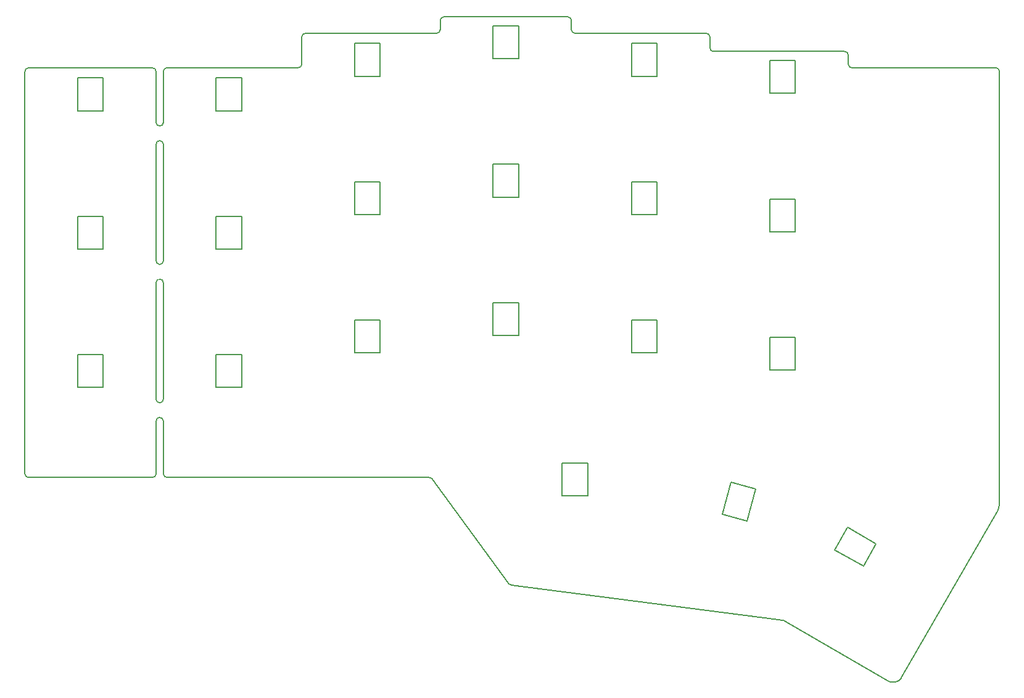
<source format=gm1>
G04 #@! TF.GenerationSoftware,KiCad,Pcbnew,(5.1.6)-1*
G04 #@! TF.CreationDate,2020-05-17T06:20:34+03:00*
G04 #@! TF.ProjectId,corne-cherry,636f726e-652d-4636-9865-7272792e6b69,2.1*
G04 #@! TF.SameCoordinates,Original*
G04 #@! TF.FileFunction,Profile,NP*
%FSLAX46Y46*%
G04 Gerber Fmt 4.6, Leading zero omitted, Abs format (unit mm)*
G04 Created by KiCad (PCBNEW (5.1.6)-1) date 2020-05-17 06:20:34*
%MOMM*%
%LPD*%
G01*
G04 APERTURE LIST*
G04 #@! TA.AperFunction,Profile*
%ADD10C,0.150000*%
G04 #@! TD*
G04 APERTURE END LIST*
D10*
X194750001Y-127975000D02*
G75*
G02*
X194522764Y-128847696I-1702236J-22697D01*
G01*
X181297263Y-151781464D02*
G75*
G02*
X179369251Y-152160956I-1153013J770507D01*
G01*
X164420556Y-143770344D02*
G75*
G02*
X165075000Y-143900000I-333152J-3398096D01*
G01*
X181300000Y-151775000D02*
X194525000Y-128850000D01*
X165075000Y-143900000D02*
X179400000Y-152175000D01*
X127750000Y-139000000D02*
X164450000Y-143775000D01*
X127396447Y-138853553D02*
G75*
G03*
X127750000Y-139000000I353553J353553D01*
G01*
X116850000Y-124400000D02*
X127400000Y-138850000D01*
X174000000Y-66250000D02*
X174000000Y-67500000D01*
X174000000Y-66250000D02*
G75*
G03*
X173500000Y-65750000I-500000J0D01*
G01*
X174000000Y-67500000D02*
G75*
G03*
X174500000Y-68000000I500000J0D01*
G01*
X194250000Y-68000000D02*
X174500000Y-68000000D01*
X116853553Y-124396447D02*
G75*
G03*
X116500000Y-124250000I-353553J-353553D01*
G01*
X61000000Y-123750000D02*
G75*
G03*
X61500000Y-124250000I500000J0D01*
G01*
X61500000Y-68000000D02*
G75*
G03*
X61000000Y-68500000I0J-500000D01*
G01*
X78500000Y-124250000D02*
G75*
G03*
X79000000Y-123750000I0J500000D01*
G01*
X80000000Y-123750000D02*
G75*
G03*
X80500000Y-124250000I500000J0D01*
G01*
X79500000Y-116000000D02*
G75*
G03*
X79000000Y-116500000I0J-500000D01*
G01*
X80000000Y-116500000D02*
G75*
G03*
X79500000Y-116000000I-500000J0D01*
G01*
X79500000Y-114000000D02*
G75*
G03*
X80000000Y-113500000I0J500000D01*
G01*
X79000000Y-113500000D02*
G75*
G03*
X79500000Y-114000000I500000J0D01*
G01*
X79500000Y-97000000D02*
G75*
G03*
X79000000Y-97500000I0J-500000D01*
G01*
X80000000Y-97500000D02*
G75*
G03*
X79500000Y-97000000I-500000J0D01*
G01*
X79000000Y-94500000D02*
G75*
G03*
X79500000Y-95000000I500000J0D01*
G01*
X79500000Y-95000000D02*
G75*
G03*
X80000000Y-94500000I0J500000D01*
G01*
X79000000Y-68500000D02*
G75*
G03*
X78500000Y-68000000I-500000J0D01*
G01*
X80500000Y-68000000D02*
G75*
G03*
X80000000Y-68500000I0J-500000D01*
G01*
X80000000Y-78500000D02*
G75*
G03*
X79500000Y-78000000I-500000J0D01*
G01*
X79500000Y-78000000D02*
G75*
G03*
X79000000Y-78500000I0J-500000D01*
G01*
X79500000Y-76000000D02*
G75*
G03*
X80000000Y-75500000I0J500000D01*
G01*
X79000000Y-75500000D02*
G75*
G03*
X79500000Y-76000000I500000J0D01*
G01*
X98500000Y-68000000D02*
G75*
G03*
X99000000Y-67500000I0J500000D01*
G01*
X99500000Y-63250000D02*
G75*
G03*
X99000000Y-63750000I0J-500000D01*
G01*
X117500000Y-63250000D02*
G75*
G03*
X118000000Y-62750000I0J500000D01*
G01*
X118500000Y-61000000D02*
G75*
G03*
X118000000Y-61500000I0J-500000D01*
G01*
X136000000Y-61500000D02*
G75*
G03*
X135500000Y-61000000I-500000J0D01*
G01*
X136000000Y-62750000D02*
G75*
G03*
X136500000Y-63250000I500000J0D01*
G01*
X155000000Y-63750000D02*
G75*
G03*
X154500000Y-63250000I-500000J0D01*
G01*
X155000000Y-65250000D02*
G75*
G03*
X155500000Y-65750000I500000J0D01*
G01*
X194750000Y-68500000D02*
G75*
G03*
X194250000Y-68000000I-500000J0D01*
G01*
X138250000Y-122300000D02*
X134750000Y-122300000D01*
X194750000Y-68500000D02*
X194750000Y-127975000D01*
X79000000Y-123750000D02*
X79000000Y-116500000D01*
X116500000Y-124250000D02*
X80500000Y-124250000D01*
X80000000Y-116500000D02*
X80000000Y-123750000D01*
X79000000Y-113500000D02*
X79000000Y-97500000D01*
X80000000Y-97500000D02*
X80000000Y-113500000D01*
X80000000Y-94500000D02*
X80000000Y-78500000D01*
X79000000Y-78500000D02*
X79000000Y-94500000D01*
X78500000Y-68000000D02*
X61500000Y-68000000D01*
X80000000Y-75500000D02*
X80000000Y-68500000D01*
X79000000Y-68500000D02*
X79000000Y-75500000D01*
X173900000Y-131100000D02*
X172100000Y-134200000D01*
X177800000Y-133400000D02*
X173900000Y-131100000D01*
X176100000Y-136400000D02*
X177800000Y-133400000D01*
X172100000Y-134200000D02*
X176100000Y-136400000D01*
X161300000Y-125800000D02*
X157900000Y-124900000D01*
X160100000Y-130200000D02*
X161300000Y-125800000D01*
X156700000Y-129300000D02*
X160100000Y-130200000D01*
X157900000Y-124900000D02*
X156700000Y-129300000D01*
X138250000Y-126750000D02*
X138250000Y-122300000D01*
X134750000Y-126750000D02*
X138250000Y-126750000D01*
X134750000Y-122350000D02*
X134750000Y-126750000D01*
X166750000Y-105000000D02*
X163250000Y-105000000D01*
X166750000Y-109500000D02*
X166750000Y-105000000D01*
X163250000Y-109500000D02*
X166750000Y-109500000D01*
X163250000Y-105000000D02*
X163250000Y-109500000D01*
X147750000Y-102650000D02*
X144250000Y-102650000D01*
X147750000Y-107150000D02*
X147750000Y-102650000D01*
X144250000Y-107150000D02*
X147750000Y-107150000D01*
X144250000Y-102650000D02*
X144250000Y-107100000D01*
X128750000Y-100250000D02*
X125250000Y-100250000D01*
X128750000Y-104750000D02*
X128750000Y-100300000D01*
X125250000Y-104750000D02*
X128750000Y-104750000D01*
X125250000Y-100300000D02*
X125250000Y-104750000D01*
X109750000Y-102650000D02*
X106250000Y-102650000D01*
X109750000Y-107150000D02*
X109750000Y-102650000D01*
X106250000Y-107150000D02*
X109750000Y-107150000D01*
X106250000Y-102650000D02*
X106250000Y-107100000D01*
X166750000Y-86000000D02*
X163250000Y-86000000D01*
X166750000Y-90500000D02*
X166750000Y-86000000D01*
X163250000Y-90500000D02*
X166750000Y-90500000D01*
X163250000Y-86000000D02*
X163250000Y-90500000D01*
X147750000Y-83650000D02*
X144250000Y-83650000D01*
X147750000Y-88150000D02*
X147750000Y-83650000D01*
X144250000Y-88150000D02*
X147750000Y-88150000D01*
X144250000Y-83650000D02*
X144250000Y-88100000D01*
X128750000Y-81250000D02*
X125250000Y-81250000D01*
X128750000Y-85750000D02*
X128750000Y-81300000D01*
X125250000Y-85750000D02*
X128750000Y-85750000D01*
X125250000Y-81300000D02*
X125250000Y-85750000D01*
X109750000Y-83650000D02*
X106250000Y-83650000D01*
X109750000Y-88150000D02*
X109750000Y-83650000D01*
X106250000Y-88150000D02*
X109750000Y-88150000D01*
X106250000Y-83650000D02*
X106250000Y-88100000D01*
X166750000Y-67000000D02*
X163250000Y-67000000D01*
X166750000Y-71500000D02*
X166750000Y-67000000D01*
X163250000Y-71500000D02*
X166750000Y-71500000D01*
X163250000Y-67000000D02*
X163250000Y-71500000D01*
X147750000Y-64650000D02*
X144250000Y-64650000D01*
X147750000Y-69150000D02*
X147750000Y-64650000D01*
X144250000Y-69150000D02*
X147750000Y-69150000D01*
X144250000Y-64650000D02*
X144250000Y-69100000D01*
X128750000Y-62250000D02*
X125250000Y-62250000D01*
X128750000Y-66750000D02*
X128750000Y-62250000D01*
X125250000Y-66750000D02*
X128750000Y-66750000D01*
X125250000Y-62250000D02*
X125250000Y-66700000D01*
X109750000Y-64650000D02*
X106250000Y-64650000D01*
X109750000Y-69150000D02*
X109750000Y-64650000D01*
X106250000Y-69150000D02*
X109750000Y-69150000D01*
X106250000Y-64650000D02*
X106250000Y-69100000D01*
X90750000Y-107400000D02*
X87250000Y-107400000D01*
X90750000Y-111900000D02*
X90750000Y-107400000D01*
X87250000Y-111900000D02*
X90750000Y-111900000D01*
X87250000Y-107400000D02*
X87250000Y-111900000D01*
X71750000Y-107400000D02*
X68250000Y-107400000D01*
X71750000Y-111900000D02*
X71750000Y-107400000D01*
X68250000Y-111900000D02*
X71750000Y-111900000D01*
X68250000Y-107400000D02*
X68250000Y-111900000D01*
X90750000Y-88400000D02*
X87250000Y-88400000D01*
X90750000Y-92900000D02*
X90750000Y-88400000D01*
X87250000Y-92900000D02*
X90750000Y-92900000D01*
X87250000Y-88400000D02*
X87250000Y-92900000D01*
X71750000Y-88400000D02*
X68250000Y-88400000D01*
X71750000Y-92900000D02*
X71750000Y-88400000D01*
X68250000Y-92900000D02*
X71750000Y-92900000D01*
X68250000Y-88400000D02*
X68250000Y-92900000D01*
X90750000Y-69400000D02*
X87250000Y-69400000D01*
X90750000Y-73900000D02*
X90750000Y-69400000D01*
X87250000Y-73900000D02*
X90750000Y-73900000D01*
X87250000Y-69400000D02*
X87250000Y-73900000D01*
X71750000Y-69400000D02*
X68250000Y-69400000D01*
X71750000Y-73900000D02*
X71750000Y-69400000D01*
X68250000Y-73900000D02*
X71750000Y-73900000D01*
X68250000Y-69400000D02*
X68250000Y-73900000D01*
X61500000Y-124250000D02*
X78500000Y-124250000D01*
X61000000Y-68500000D02*
X61000000Y-123750000D01*
X98500000Y-68000000D02*
X80500000Y-68000000D01*
X99000000Y-63750000D02*
X99000000Y-67500000D01*
X117500000Y-63250000D02*
X99500000Y-63250000D01*
X118000000Y-61500000D02*
X118000000Y-62750000D01*
X135500000Y-61000000D02*
X118500000Y-61000000D01*
X136000000Y-62750000D02*
X136000000Y-61500000D01*
X154500000Y-63250000D02*
X136500000Y-63250000D01*
X155000000Y-65250000D02*
X155000000Y-63750000D01*
X173500000Y-65750000D02*
X155500000Y-65750000D01*
M02*

</source>
